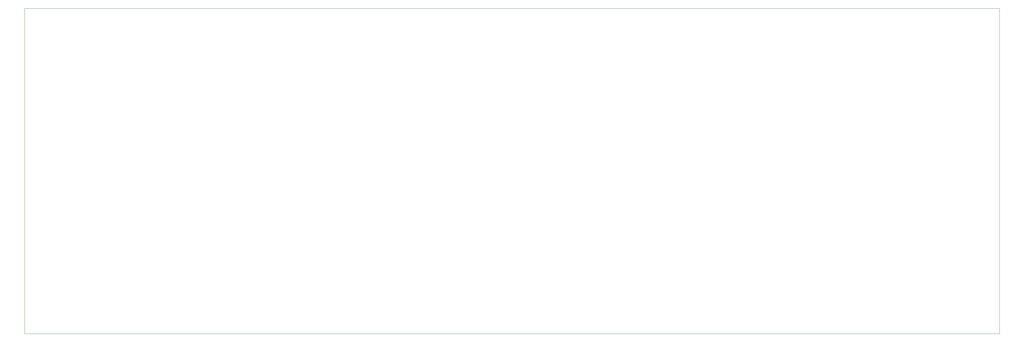
<source format=gbr>
%TF.GenerationSoftware,KiCad,Pcbnew,6.0.6-3a73a75311~116~ubuntu21.10.1*%
%TF.CreationDate,2022-11-06T15:30:45+01:00*%
%TF.ProjectId,Keyboard,4b657962-6f61-4726-942e-6b696361645f,v1*%
%TF.SameCoordinates,Original*%
%TF.FileFunction,Profile,NP*%
%FSLAX46Y46*%
G04 Gerber Fmt 4.6, Leading zero omitted, Abs format (unit mm)*
G04 Created by KiCad (PCBNEW 6.0.6-3a73a75311~116~ubuntu21.10.1) date 2022-11-06 15:30:45*
%MOMM*%
%LPD*%
G01*
G04 APERTURE LIST*
%TA.AperFunction,Profile*%
%ADD10C,0.100000*%
%TD*%
G04 APERTURE END LIST*
D10*
X360270022Y-151123250D02*
X74416757Y-151123250D01*
X74416757Y-151123250D02*
X74416757Y-55595327D01*
X74416757Y-55595327D02*
X360270022Y-55595327D01*
X360270022Y-55595327D02*
X360270022Y-151123250D01*
M02*

</source>
